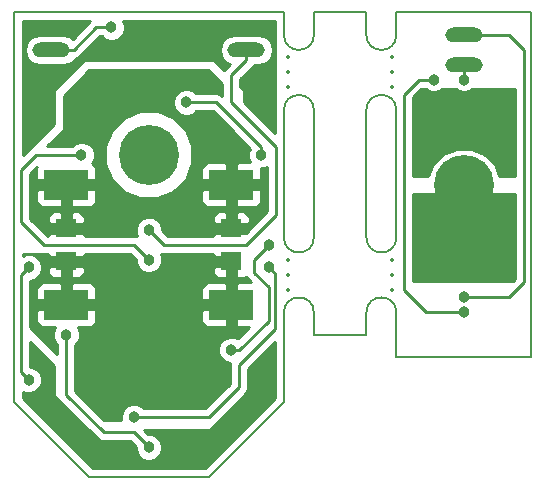
<source format=gbl>
G04 #@! TF.FileFunction,Copper,L2,Bot,Signal*
%FSLAX46Y46*%
G04 Gerber Fmt 4.6, Leading zero omitted, Abs format (unit mm)*
G04 Created by KiCad (PCBNEW (2016-05-03 BZR 6266)-product) date Wed May 25 03:17:44 2016*
%MOMM*%
%LPD*%
G01*
G04 APERTURE LIST*
%ADD10C,0.350000*%
%ADD11C,0.150000*%
%ADD12C,5.080000*%
%ADD13C,1.016000*%
%ADD14R,3.810000X2.540000*%
%ADD15O,3.175000X1.270000*%
%ADD16R,1.800000X1.600000*%
%ADD17C,1.270000*%
%ADD18C,0.965200*%
%ADD19C,0.406400*%
%ADD20C,0.254000*%
%ADD21C,0.350000*%
G04 APERTURE END LIST*
D10*
D11*
X140970000Y-83820000D02*
X140970000Y-81915000D01*
X140970000Y-100965000D02*
X140970000Y-90170000D01*
X140970000Y-107315000D02*
X140970000Y-111125000D01*
X133985000Y-109220000D02*
X138430000Y-109220000D01*
X133985000Y-81915000D02*
X138430000Y-81915000D01*
X140970000Y-90170000D02*
G75*
G03X138430000Y-90170000I-1270000J0D01*
G01*
X133985000Y-90170000D02*
G75*
G03X131445000Y-90170000I-1270000J0D01*
G01*
X140970000Y-107315000D02*
G75*
G03X138430000Y-107315000I-1270000J0D01*
G01*
X133985000Y-107315000D02*
G75*
G03X131445000Y-107315000I-1270000J0D01*
G01*
X131445000Y-100965000D02*
G75*
G03X133985000Y-100965000I1270000J0D01*
G01*
X138430000Y-100965000D02*
G75*
G03X140970000Y-100965000I1270000J0D01*
G01*
X138430000Y-83820000D02*
G75*
G03X140970000Y-83820000I1270000J0D01*
G01*
X131445000Y-83820000D02*
G75*
G03X133985000Y-83820000I1270000J0D01*
G01*
X138430000Y-109220000D02*
X138430000Y-107315000D01*
X133985000Y-107315000D02*
X133985000Y-109220000D01*
X131445000Y-107315000D02*
X131445000Y-114935000D01*
X138430000Y-90170000D02*
X138430000Y-100965000D01*
X133985000Y-100965000D02*
X133985000Y-90170000D01*
X131445000Y-90170000D02*
X131445000Y-100965000D01*
X133985000Y-81915000D02*
X133985000Y-83820000D01*
X138430000Y-83820000D02*
X138430000Y-81915000D01*
X131445000Y-81915000D02*
X131445000Y-83820000D01*
X108585000Y-81915000D02*
X131445000Y-81915000D01*
X108585000Y-114935000D02*
X108585000Y-81915000D01*
X125095000Y-121285000D02*
X114935000Y-121285000D01*
X131445000Y-114935000D02*
X125095000Y-121285000D01*
X108585000Y-114935000D02*
X114935000Y-121285000D01*
X152400000Y-81915000D02*
X140970000Y-81915000D01*
X152400000Y-111125000D02*
X152400000Y-81915000D01*
X140970000Y-111125000D02*
X152400000Y-111125000D01*
D12*
X120015000Y-109220000D03*
D13*
X120015000Y-107315000D03*
X118365222Y-108267500D03*
X118365222Y-110172500D03*
X120015000Y-111125000D03*
X121664778Y-110172500D03*
X121664778Y-108267500D03*
D12*
X120015000Y-93980000D03*
D13*
X120015000Y-92075000D03*
X118365222Y-93027500D03*
X118365222Y-94932500D03*
X120015000Y-95885000D03*
X121664778Y-94932500D03*
X121664778Y-93027500D03*
D14*
X113030000Y-96520000D03*
X113030000Y-106680000D03*
X127000000Y-96520000D03*
X127000000Y-106680000D03*
D15*
X111760000Y-85090000D03*
X128270000Y-85090000D03*
D16*
X127000000Y-100200000D03*
X127000000Y-103000000D03*
X113030000Y-100200000D03*
X113030000Y-103000000D03*
D15*
X146685000Y-86360000D03*
X146685000Y-83820000D03*
D12*
X146685000Y-96520000D03*
D13*
X146685000Y-94615000D03*
X145035222Y-95567500D03*
X145035222Y-97472500D03*
X146685000Y-98425000D03*
X148334778Y-97472500D03*
X148334778Y-95567500D03*
D14*
X144145000Y-91440000D03*
X144145000Y-101600000D03*
X149225000Y-91440000D03*
X149225000Y-101600000D03*
D17*
X116840000Y-97790000D03*
X116840000Y-99060000D03*
X116840000Y-100330000D03*
X115570000Y-99060000D03*
X115570000Y-100330000D03*
X124460000Y-99060000D03*
X123190000Y-97790000D03*
X123190000Y-99060000D03*
X116205000Y-90170000D03*
X114935000Y-90170000D03*
X113665000Y-90170000D03*
X113665000Y-88900000D03*
X114935000Y-88900000D03*
X116205000Y-88900000D03*
X124460000Y-120015000D03*
X125730000Y-118745000D03*
X127000000Y-117475000D03*
X128270000Y-116205000D03*
X129540000Y-114935000D03*
X115570000Y-120015000D03*
X110490000Y-114935000D03*
X111760000Y-116205000D03*
X113030000Y-117475000D03*
X114300000Y-118745000D03*
X115570000Y-104140000D03*
X115570000Y-102870000D03*
X116840000Y-102870000D03*
X116840000Y-104140000D03*
X116840000Y-105410000D03*
X123825000Y-113030000D03*
X125095000Y-113030000D03*
X125095000Y-114300000D03*
X123825000Y-114300000D03*
X114935000Y-114300000D03*
X114935000Y-113030000D03*
X116205000Y-113030000D03*
X116205000Y-114300000D03*
X123825000Y-84455000D03*
X125095000Y-84455000D03*
X125095000Y-83185000D03*
X123825000Y-83185000D03*
X111125000Y-87630000D03*
X109855000Y-87630000D03*
X109855000Y-88900000D03*
X109855000Y-90170000D03*
X128905000Y-87630000D03*
X130175000Y-87630000D03*
X130175000Y-88900000D03*
X130175000Y-90170000D03*
D18*
X129540000Y-93980000D03*
X123190000Y-89535000D03*
X116840000Y-83185000D03*
X127000000Y-110490000D03*
X130175000Y-101600000D03*
X130175000Y-103505000D03*
X118745000Y-116205000D03*
X120015000Y-118745000D03*
X113030000Y-109220000D03*
X109855000Y-113030000D03*
X109855000Y-103505000D03*
X114300000Y-93980000D03*
X120015000Y-102870000D03*
X120015000Y-100330000D03*
D17*
X150495000Y-95250000D03*
X150495000Y-93980000D03*
X149253354Y-93951646D03*
X146685000Y-92710000D03*
X146685000Y-90805000D03*
X142875000Y-97790000D03*
X142875000Y-99060000D03*
X144145000Y-99060000D03*
X146685000Y-100330000D03*
X146685000Y-102235000D03*
D18*
X146696607Y-87641565D03*
X146685000Y-106045000D03*
X144144992Y-87630000D03*
X146685000Y-107315000D03*
D19*
X116840000Y-99060000D02*
X116840000Y-97790000D01*
X115570000Y-100330000D02*
X116840000Y-100330000D01*
X113030000Y-100200000D02*
X115440000Y-100200000D01*
X115440000Y-100200000D02*
X115570000Y-100330000D01*
X123190000Y-99060000D02*
X123190000Y-97790000D01*
X113030000Y-97790000D02*
X113030000Y-99695000D01*
X113030000Y-99695000D02*
X113665000Y-100330000D01*
X116840000Y-106680000D02*
X116840000Y-105410000D01*
X116840000Y-102870000D02*
X115570000Y-102870000D01*
X116840000Y-105410000D02*
X116840000Y-104140000D01*
X113030000Y-106680000D02*
X116840000Y-106680000D01*
X113030000Y-106680000D02*
X113030000Y-103000000D01*
X125095000Y-113030000D02*
X123825000Y-113030000D01*
X123825000Y-114300000D02*
X125095000Y-114300000D01*
X114935000Y-113030000D02*
X114935000Y-114300000D01*
X116205000Y-114300000D02*
X116205000Y-113030000D01*
D20*
X129540000Y-93980000D02*
X129540000Y-93345000D01*
X129540000Y-93345000D02*
X125730000Y-89535000D01*
X125730000Y-89535000D02*
X123190000Y-89535000D01*
X116840000Y-83185000D02*
X115570000Y-83185000D01*
X113665000Y-85090000D02*
X111760000Y-85090000D01*
X115570000Y-83185000D02*
X113665000Y-85090000D01*
X130149566Y-105195177D02*
X130149566Y-108022933D01*
X128905000Y-103950611D02*
X130149566Y-105195177D01*
X127682499Y-110490000D02*
X127000000Y-110490000D01*
X128905000Y-102870000D02*
X128905000Y-103950611D01*
X130175000Y-101600000D02*
X128905000Y-102870000D01*
X130149566Y-108022933D02*
X127682499Y-110490000D01*
X130708377Y-104038377D02*
X130175000Y-103505000D01*
X130708377Y-108686623D02*
X130708377Y-104038377D01*
X118745000Y-116205000D02*
X125095000Y-116205000D01*
X125095000Y-116205000D02*
X127635000Y-113665000D01*
X127635000Y-113665000D02*
X127635000Y-111760000D01*
X127635000Y-111760000D02*
X130708377Y-108686623D01*
X113030000Y-109220000D02*
X113030000Y-114300000D01*
X113030000Y-114300000D02*
X116205000Y-117475000D01*
X118745000Y-117475000D02*
X120015000Y-118745000D01*
X116205000Y-117475000D02*
X118745000Y-117475000D01*
X109855000Y-103505000D02*
X109220000Y-104140000D01*
X109220000Y-104140000D02*
X109220000Y-112395000D01*
X109220000Y-112395000D02*
X109855000Y-113030000D01*
X111125000Y-101600000D02*
X118745000Y-101600000D01*
X114300000Y-93980000D02*
X110490000Y-93980000D01*
X110490000Y-93980000D02*
X109220000Y-95250000D01*
X109220000Y-95250000D02*
X109220000Y-99695000D01*
X109220000Y-99695000D02*
X111125000Y-101600000D01*
X118745000Y-101600000D02*
X120015000Y-102870000D01*
X128270000Y-85090000D02*
X128270000Y-85979000D01*
X128270000Y-85979000D02*
X127000000Y-87249000D01*
X127000000Y-87249000D02*
X127000000Y-89535000D01*
X127000000Y-89535000D02*
X130810000Y-93345000D01*
X130810000Y-93345000D02*
X130810000Y-99060000D01*
X130810000Y-99060000D02*
X128270000Y-101600000D01*
X128270000Y-101600000D02*
X121285000Y-101600000D01*
X120472199Y-100787199D02*
X120015000Y-100330000D01*
X121285000Y-101600000D02*
X120472199Y-100787199D01*
D19*
X150495000Y-93980000D02*
X150495000Y-95250000D01*
X149225000Y-91440000D02*
X149225000Y-93923292D01*
X149225000Y-93923292D02*
X149253354Y-93951646D01*
X149860000Y-91440000D02*
X147320000Y-91440000D01*
X147320000Y-91440000D02*
X146685000Y-90805000D01*
X142875000Y-99060000D02*
X142875000Y-97790000D01*
X144145000Y-101600000D02*
X144145000Y-99060000D01*
X149860000Y-101600000D02*
X147320000Y-101600000D01*
X147320000Y-101600000D02*
X146685000Y-102235000D01*
D20*
X146685000Y-87629958D02*
X146696607Y-87641565D01*
X146685000Y-86360000D02*
X146685000Y-87629958D01*
X146685000Y-106045000D02*
X150495000Y-106045000D01*
X150495000Y-106045000D02*
X151765000Y-104775000D01*
X151765000Y-104775000D02*
X151765000Y-85090000D01*
X151765000Y-85090000D02*
X150495000Y-83820000D01*
X150495000Y-83820000D02*
X146685000Y-83820000D01*
X146685000Y-107315000D02*
X143510000Y-107315000D01*
X143510000Y-107315000D02*
X141605000Y-105410000D01*
X141605000Y-105410000D02*
X141605000Y-88900000D01*
X141605000Y-88900000D02*
X142875000Y-87630000D01*
X142875000Y-87630000D02*
X144144992Y-87630000D01*
G36*
X126238000Y-88000106D02*
X126238000Y-88975595D01*
X126128992Y-88902758D01*
X126021605Y-88831004D01*
X125730000Y-88773000D01*
X124008476Y-88773000D01*
X123823896Y-88588097D01*
X123413280Y-88417594D01*
X122968671Y-88417207D01*
X122557758Y-88586992D01*
X122243097Y-88901104D01*
X122072594Y-89311720D01*
X122072207Y-89756329D01*
X122241992Y-90167242D01*
X122556104Y-90481903D01*
X122966720Y-90652406D01*
X123411329Y-90652793D01*
X123822242Y-90483008D01*
X124008575Y-90297000D01*
X125414370Y-90297000D01*
X127190500Y-92073131D01*
X127190500Y-92075000D01*
X127200506Y-92124410D01*
X127227697Y-92164803D01*
X128539082Y-93476188D01*
X128422594Y-93756720D01*
X128422207Y-94201329D01*
X128591992Y-94612242D01*
X128594745Y-94615000D01*
X127539750Y-94615000D01*
X127381000Y-94773750D01*
X127381000Y-96139000D01*
X129381250Y-96139000D01*
X129540000Y-95980250D01*
X129540000Y-95123691D01*
X129529189Y-95097591D01*
X129761329Y-95097793D01*
X130043923Y-94981029D01*
X130048000Y-94985106D01*
X130048000Y-98744369D01*
X128211370Y-100581000D01*
X127381000Y-100581000D01*
X127381000Y-100601000D01*
X126619000Y-100601000D01*
X126619000Y-100581000D01*
X125623750Y-100581000D01*
X125465000Y-100739750D01*
X125465000Y-100838000D01*
X121600631Y-100838000D01*
X121132566Y-100369935D01*
X121132793Y-100108671D01*
X120963008Y-99697758D01*
X120648896Y-99383097D01*
X120385418Y-99273691D01*
X125465000Y-99273691D01*
X125465000Y-99660250D01*
X125623750Y-99819000D01*
X126619000Y-99819000D01*
X126619000Y-98923750D01*
X127381000Y-98923750D01*
X127381000Y-99819000D01*
X128376250Y-99819000D01*
X128535000Y-99660250D01*
X128535000Y-99273691D01*
X128438327Y-99040302D01*
X128259699Y-98861673D01*
X128026310Y-98765000D01*
X127539750Y-98765000D01*
X127381000Y-98923750D01*
X126619000Y-98923750D01*
X126460250Y-98765000D01*
X125973690Y-98765000D01*
X125740301Y-98861673D01*
X125561673Y-99040302D01*
X125465000Y-99273691D01*
X120385418Y-99273691D01*
X120238280Y-99212594D01*
X119793671Y-99212207D01*
X119382758Y-99381992D01*
X119068097Y-99696104D01*
X118897594Y-100106720D01*
X118897207Y-100551329D01*
X119015656Y-100838000D01*
X114565000Y-100838000D01*
X114565000Y-100739750D01*
X114406250Y-100581000D01*
X113411000Y-100581000D01*
X113411000Y-100601000D01*
X112649000Y-100601000D01*
X112649000Y-100581000D01*
X111653750Y-100581000D01*
X111495000Y-100739750D01*
X111495000Y-100838000D01*
X111440630Y-100838000D01*
X109982000Y-99379370D01*
X109982000Y-99273691D01*
X111495000Y-99273691D01*
X111495000Y-99660250D01*
X111653750Y-99819000D01*
X112649000Y-99819000D01*
X112649000Y-98923750D01*
X113411000Y-98923750D01*
X113411000Y-99819000D01*
X114406250Y-99819000D01*
X114565000Y-99660250D01*
X114565000Y-99273691D01*
X114468327Y-99040302D01*
X114289699Y-98861673D01*
X114056310Y-98765000D01*
X113569750Y-98765000D01*
X113411000Y-98923750D01*
X112649000Y-98923750D01*
X112490250Y-98765000D01*
X112003690Y-98765000D01*
X111770301Y-98861673D01*
X111591673Y-99040302D01*
X111495000Y-99273691D01*
X109982000Y-99273691D01*
X109982000Y-97059750D01*
X110490000Y-97059750D01*
X110490000Y-97916309D01*
X110586673Y-98149698D01*
X110765301Y-98328327D01*
X110998690Y-98425000D01*
X112490250Y-98425000D01*
X112649000Y-98266250D01*
X112649000Y-96901000D01*
X113411000Y-96901000D01*
X113411000Y-98266250D01*
X113569750Y-98425000D01*
X115061310Y-98425000D01*
X115294699Y-98328327D01*
X115473327Y-98149698D01*
X115570000Y-97916309D01*
X115570000Y-97059750D01*
X115411250Y-96901000D01*
X113411000Y-96901000D01*
X112649000Y-96901000D01*
X110648750Y-96901000D01*
X110490000Y-97059750D01*
X109982000Y-97059750D01*
X109982000Y-95565630D01*
X110536712Y-95010919D01*
X110490000Y-95123691D01*
X110490000Y-95980250D01*
X110648750Y-96139000D01*
X112649000Y-96139000D01*
X112649000Y-96119000D01*
X113411000Y-96119000D01*
X113411000Y-96139000D01*
X115411250Y-96139000D01*
X115570000Y-95980250D01*
X115570000Y-95123691D01*
X115473327Y-94890302D01*
X115294699Y-94711673D01*
X115289164Y-94709380D01*
X116331362Y-94709380D01*
X116890884Y-96063526D01*
X117926024Y-97100475D01*
X119279192Y-97662359D01*
X120744380Y-97663638D01*
X122098526Y-97104116D01*
X122142969Y-97059750D01*
X124460000Y-97059750D01*
X124460000Y-97916309D01*
X124556673Y-98149698D01*
X124735301Y-98328327D01*
X124968690Y-98425000D01*
X126460250Y-98425000D01*
X126619000Y-98266250D01*
X126619000Y-96901000D01*
X127381000Y-96901000D01*
X127381000Y-98266250D01*
X127539750Y-98425000D01*
X129031310Y-98425000D01*
X129264699Y-98328327D01*
X129443327Y-98149698D01*
X129540000Y-97916309D01*
X129540000Y-97059750D01*
X129381250Y-96901000D01*
X127381000Y-96901000D01*
X126619000Y-96901000D01*
X124618750Y-96901000D01*
X124460000Y-97059750D01*
X122142969Y-97059750D01*
X123135475Y-96068976D01*
X123527991Y-95123691D01*
X124460000Y-95123691D01*
X124460000Y-95980250D01*
X124618750Y-96139000D01*
X126619000Y-96139000D01*
X126619000Y-94773750D01*
X126460250Y-94615000D01*
X124968690Y-94615000D01*
X124735301Y-94711673D01*
X124556673Y-94890302D01*
X124460000Y-95123691D01*
X123527991Y-95123691D01*
X123697359Y-94715808D01*
X123698638Y-93250620D01*
X123139116Y-91896474D01*
X122103976Y-90859525D01*
X120750808Y-90297641D01*
X119285620Y-90296362D01*
X117931474Y-90855884D01*
X116894525Y-91891024D01*
X116332641Y-93244192D01*
X116331362Y-94709380D01*
X115289164Y-94709380D01*
X115191695Y-94669007D01*
X115246903Y-94613896D01*
X115417406Y-94203280D01*
X115417793Y-93758671D01*
X115248008Y-93347758D01*
X114933896Y-93033097D01*
X114523280Y-92862594D01*
X114078671Y-92862207D01*
X113667758Y-93031992D01*
X113481425Y-93218000D01*
X111431606Y-93218000D01*
X112802303Y-91847303D01*
X112830166Y-91805289D01*
X112839500Y-91757500D01*
X112839500Y-88952606D01*
X114987606Y-86804500D01*
X125042394Y-86804500D01*
X126238000Y-88000106D01*
X126238000Y-88000106D01*
G37*
X126238000Y-88000106D02*
X126238000Y-88975595D01*
X126128992Y-88902758D01*
X126021605Y-88831004D01*
X125730000Y-88773000D01*
X124008476Y-88773000D01*
X123823896Y-88588097D01*
X123413280Y-88417594D01*
X122968671Y-88417207D01*
X122557758Y-88586992D01*
X122243097Y-88901104D01*
X122072594Y-89311720D01*
X122072207Y-89756329D01*
X122241992Y-90167242D01*
X122556104Y-90481903D01*
X122966720Y-90652406D01*
X123411329Y-90652793D01*
X123822242Y-90483008D01*
X124008575Y-90297000D01*
X125414370Y-90297000D01*
X127190500Y-92073131D01*
X127190500Y-92075000D01*
X127200506Y-92124410D01*
X127227697Y-92164803D01*
X128539082Y-93476188D01*
X128422594Y-93756720D01*
X128422207Y-94201329D01*
X128591992Y-94612242D01*
X128594745Y-94615000D01*
X127539750Y-94615000D01*
X127381000Y-94773750D01*
X127381000Y-96139000D01*
X129381250Y-96139000D01*
X129540000Y-95980250D01*
X129540000Y-95123691D01*
X129529189Y-95097591D01*
X129761329Y-95097793D01*
X130043923Y-94981029D01*
X130048000Y-94985106D01*
X130048000Y-98744369D01*
X128211370Y-100581000D01*
X127381000Y-100581000D01*
X127381000Y-100601000D01*
X126619000Y-100601000D01*
X126619000Y-100581000D01*
X125623750Y-100581000D01*
X125465000Y-100739750D01*
X125465000Y-100838000D01*
X121600631Y-100838000D01*
X121132566Y-100369935D01*
X121132793Y-100108671D01*
X120963008Y-99697758D01*
X120648896Y-99383097D01*
X120385418Y-99273691D01*
X125465000Y-99273691D01*
X125465000Y-99660250D01*
X125623750Y-99819000D01*
X126619000Y-99819000D01*
X126619000Y-98923750D01*
X127381000Y-98923750D01*
X127381000Y-99819000D01*
X128376250Y-99819000D01*
X128535000Y-99660250D01*
X128535000Y-99273691D01*
X128438327Y-99040302D01*
X128259699Y-98861673D01*
X128026310Y-98765000D01*
X127539750Y-98765000D01*
X127381000Y-98923750D01*
X126619000Y-98923750D01*
X126460250Y-98765000D01*
X125973690Y-98765000D01*
X125740301Y-98861673D01*
X125561673Y-99040302D01*
X125465000Y-99273691D01*
X120385418Y-99273691D01*
X120238280Y-99212594D01*
X119793671Y-99212207D01*
X119382758Y-99381992D01*
X119068097Y-99696104D01*
X118897594Y-100106720D01*
X118897207Y-100551329D01*
X119015656Y-100838000D01*
X114565000Y-100838000D01*
X114565000Y-100739750D01*
X114406250Y-100581000D01*
X113411000Y-100581000D01*
X113411000Y-100601000D01*
X112649000Y-100601000D01*
X112649000Y-100581000D01*
X111653750Y-100581000D01*
X111495000Y-100739750D01*
X111495000Y-100838000D01*
X111440630Y-100838000D01*
X109982000Y-99379370D01*
X109982000Y-99273691D01*
X111495000Y-99273691D01*
X111495000Y-99660250D01*
X111653750Y-99819000D01*
X112649000Y-99819000D01*
X112649000Y-98923750D01*
X113411000Y-98923750D01*
X113411000Y-99819000D01*
X114406250Y-99819000D01*
X114565000Y-99660250D01*
X114565000Y-99273691D01*
X114468327Y-99040302D01*
X114289699Y-98861673D01*
X114056310Y-98765000D01*
X113569750Y-98765000D01*
X113411000Y-98923750D01*
X112649000Y-98923750D01*
X112490250Y-98765000D01*
X112003690Y-98765000D01*
X111770301Y-98861673D01*
X111591673Y-99040302D01*
X111495000Y-99273691D01*
X109982000Y-99273691D01*
X109982000Y-97059750D01*
X110490000Y-97059750D01*
X110490000Y-97916309D01*
X110586673Y-98149698D01*
X110765301Y-98328327D01*
X110998690Y-98425000D01*
X112490250Y-98425000D01*
X112649000Y-98266250D01*
X112649000Y-96901000D01*
X113411000Y-96901000D01*
X113411000Y-98266250D01*
X113569750Y-98425000D01*
X115061310Y-98425000D01*
X115294699Y-98328327D01*
X115473327Y-98149698D01*
X115570000Y-97916309D01*
X115570000Y-97059750D01*
X115411250Y-96901000D01*
X113411000Y-96901000D01*
X112649000Y-96901000D01*
X110648750Y-96901000D01*
X110490000Y-97059750D01*
X109982000Y-97059750D01*
X109982000Y-95565630D01*
X110536712Y-95010919D01*
X110490000Y-95123691D01*
X110490000Y-95980250D01*
X110648750Y-96139000D01*
X112649000Y-96139000D01*
X112649000Y-96119000D01*
X113411000Y-96119000D01*
X113411000Y-96139000D01*
X115411250Y-96139000D01*
X115570000Y-95980250D01*
X115570000Y-95123691D01*
X115473327Y-94890302D01*
X115294699Y-94711673D01*
X115289164Y-94709380D01*
X116331362Y-94709380D01*
X116890884Y-96063526D01*
X117926024Y-97100475D01*
X119279192Y-97662359D01*
X120744380Y-97663638D01*
X122098526Y-97104116D01*
X122142969Y-97059750D01*
X124460000Y-97059750D01*
X124460000Y-97916309D01*
X124556673Y-98149698D01*
X124735301Y-98328327D01*
X124968690Y-98425000D01*
X126460250Y-98425000D01*
X126619000Y-98266250D01*
X126619000Y-96901000D01*
X127381000Y-96901000D01*
X127381000Y-98266250D01*
X127539750Y-98425000D01*
X129031310Y-98425000D01*
X129264699Y-98328327D01*
X129443327Y-98149698D01*
X129540000Y-97916309D01*
X129540000Y-97059750D01*
X129381250Y-96901000D01*
X127381000Y-96901000D01*
X126619000Y-96901000D01*
X124618750Y-96901000D01*
X124460000Y-97059750D01*
X122142969Y-97059750D01*
X123135475Y-96068976D01*
X123527991Y-95123691D01*
X124460000Y-95123691D01*
X124460000Y-95980250D01*
X124618750Y-96139000D01*
X126619000Y-96139000D01*
X126619000Y-94773750D01*
X126460250Y-94615000D01*
X124968690Y-94615000D01*
X124735301Y-94711673D01*
X124556673Y-94890302D01*
X124460000Y-95123691D01*
X123527991Y-95123691D01*
X123697359Y-94715808D01*
X123698638Y-93250620D01*
X123139116Y-91896474D01*
X122103976Y-90859525D01*
X120750808Y-90297641D01*
X119285620Y-90296362D01*
X117931474Y-90855884D01*
X116894525Y-91891024D01*
X116332641Y-93244192D01*
X116331362Y-94709380D01*
X115289164Y-94709380D01*
X115191695Y-94669007D01*
X115246903Y-94613896D01*
X115417406Y-94203280D01*
X115417793Y-93758671D01*
X115248008Y-93347758D01*
X114933896Y-93033097D01*
X114523280Y-92862594D01*
X114078671Y-92862207D01*
X113667758Y-93031992D01*
X113481425Y-93218000D01*
X111431606Y-93218000D01*
X112802303Y-91847303D01*
X112830166Y-91805289D01*
X112839500Y-91757500D01*
X112839500Y-88952606D01*
X114987606Y-86804500D01*
X125042394Y-86804500D01*
X126238000Y-88000106D01*
G36*
X111495000Y-102460250D02*
X111653750Y-102619000D01*
X112649000Y-102619000D01*
X112649000Y-102599000D01*
X113411000Y-102599000D01*
X113411000Y-102619000D01*
X114406250Y-102619000D01*
X114565000Y-102460250D01*
X114565000Y-102362000D01*
X118429370Y-102362000D01*
X118897434Y-102830065D01*
X118897207Y-103091329D01*
X119066992Y-103502242D01*
X119381104Y-103816903D01*
X119791720Y-103987406D01*
X120236329Y-103987793D01*
X120647242Y-103818008D01*
X120925986Y-103539750D01*
X125465000Y-103539750D01*
X125465000Y-103926309D01*
X125561673Y-104159698D01*
X125740301Y-104338327D01*
X125973690Y-104435000D01*
X126460250Y-104435000D01*
X126619000Y-104276250D01*
X126619000Y-103381000D01*
X125623750Y-103381000D01*
X125465000Y-103539750D01*
X120925986Y-103539750D01*
X120961903Y-103503896D01*
X121132406Y-103093280D01*
X121132793Y-102648671D01*
X121014344Y-102362000D01*
X125465000Y-102362000D01*
X125465000Y-102460250D01*
X125623750Y-102619000D01*
X126619000Y-102619000D01*
X126619000Y-102599000D01*
X127381000Y-102599000D01*
X127381000Y-102619000D01*
X127401000Y-102619000D01*
X127401000Y-103381000D01*
X127381000Y-103381000D01*
X127381000Y-104276250D01*
X127539750Y-104435000D01*
X128026310Y-104435000D01*
X128259699Y-104338327D01*
X128263011Y-104335015D01*
X128329819Y-104435000D01*
X128366185Y-104489426D01*
X128651759Y-104775000D01*
X127539750Y-104775000D01*
X127381000Y-104933750D01*
X127381000Y-106299000D01*
X127401000Y-106299000D01*
X127401000Y-107061000D01*
X127381000Y-107061000D01*
X127381000Y-108426250D01*
X127539750Y-108585000D01*
X128509868Y-108585000D01*
X127575867Y-109519001D01*
X127223280Y-109372594D01*
X126778671Y-109372207D01*
X126367758Y-109541992D01*
X126053097Y-109856104D01*
X125882594Y-110266720D01*
X125882207Y-110711329D01*
X126051992Y-111122242D01*
X126366104Y-111436903D01*
X126776720Y-111607406D01*
X126903331Y-111607516D01*
X126873000Y-111760000D01*
X126873000Y-113349369D01*
X124779370Y-115443000D01*
X119563476Y-115443000D01*
X119378896Y-115258097D01*
X118968280Y-115087594D01*
X118523671Y-115087207D01*
X118112758Y-115256992D01*
X117798097Y-115571104D01*
X117627594Y-115981720D01*
X117627234Y-116395500D01*
X116203130Y-116395500D01*
X113792000Y-113984370D01*
X113792000Y-110038476D01*
X113976903Y-109853896D01*
X114147406Y-109443280D01*
X114147793Y-108998671D01*
X113978008Y-108587758D01*
X113975255Y-108585000D01*
X115061310Y-108585000D01*
X115294699Y-108488327D01*
X115473327Y-108309698D01*
X115570000Y-108076309D01*
X115570000Y-107219750D01*
X124460000Y-107219750D01*
X124460000Y-108076309D01*
X124556673Y-108309698D01*
X124735301Y-108488327D01*
X124968690Y-108585000D01*
X126460250Y-108585000D01*
X126619000Y-108426250D01*
X126619000Y-107061000D01*
X124618750Y-107061000D01*
X124460000Y-107219750D01*
X115570000Y-107219750D01*
X115411250Y-107061000D01*
X113411000Y-107061000D01*
X113411000Y-107081000D01*
X112649000Y-107081000D01*
X112649000Y-107061000D01*
X110648750Y-107061000D01*
X110490000Y-107219750D01*
X110490000Y-108076309D01*
X110586673Y-108309698D01*
X110765301Y-108488327D01*
X110998690Y-108585000D01*
X112084203Y-108585000D01*
X112083097Y-108586104D01*
X111912594Y-108996720D01*
X111912207Y-109441329D01*
X112081992Y-109852242D01*
X112268000Y-110038575D01*
X112268000Y-110818394D01*
X109982000Y-108532394D01*
X109982000Y-105283691D01*
X110490000Y-105283691D01*
X110490000Y-106140250D01*
X110648750Y-106299000D01*
X112649000Y-106299000D01*
X112649000Y-104933750D01*
X113411000Y-104933750D01*
X113411000Y-106299000D01*
X115411250Y-106299000D01*
X115570000Y-106140250D01*
X115570000Y-105283691D01*
X124460000Y-105283691D01*
X124460000Y-106140250D01*
X124618750Y-106299000D01*
X126619000Y-106299000D01*
X126619000Y-104933750D01*
X126460250Y-104775000D01*
X124968690Y-104775000D01*
X124735301Y-104871673D01*
X124556673Y-105050302D01*
X124460000Y-105283691D01*
X115570000Y-105283691D01*
X115473327Y-105050302D01*
X115294699Y-104871673D01*
X115061310Y-104775000D01*
X113569750Y-104775000D01*
X113411000Y-104933750D01*
X112649000Y-104933750D01*
X112490250Y-104775000D01*
X110998690Y-104775000D01*
X110765301Y-104871673D01*
X110586673Y-105050302D01*
X110490000Y-105283691D01*
X109982000Y-105283691D01*
X109982000Y-104622711D01*
X110076329Y-104622793D01*
X110487242Y-104453008D01*
X110801903Y-104138896D01*
X110972406Y-103728280D01*
X110972570Y-103539750D01*
X111495000Y-103539750D01*
X111495000Y-103926309D01*
X111591673Y-104159698D01*
X111770301Y-104338327D01*
X112003690Y-104435000D01*
X112490250Y-104435000D01*
X112649000Y-104276250D01*
X112649000Y-103381000D01*
X113411000Y-103381000D01*
X113411000Y-104276250D01*
X113569750Y-104435000D01*
X114056310Y-104435000D01*
X114289699Y-104338327D01*
X114468327Y-104159698D01*
X114565000Y-103926309D01*
X114565000Y-103539750D01*
X114406250Y-103381000D01*
X113411000Y-103381000D01*
X112649000Y-103381000D01*
X111653750Y-103381000D01*
X111495000Y-103539750D01*
X110972570Y-103539750D01*
X110972793Y-103283671D01*
X110803008Y-102872758D01*
X110488896Y-102558097D01*
X110078280Y-102387594D01*
X109633671Y-102387207D01*
X109347000Y-102505656D01*
X109347000Y-102362000D01*
X111495000Y-102362000D01*
X111495000Y-102460250D01*
X111495000Y-102460250D01*
G37*
X111495000Y-102460250D02*
X111653750Y-102619000D01*
X112649000Y-102619000D01*
X112649000Y-102599000D01*
X113411000Y-102599000D01*
X113411000Y-102619000D01*
X114406250Y-102619000D01*
X114565000Y-102460250D01*
X114565000Y-102362000D01*
X118429370Y-102362000D01*
X118897434Y-102830065D01*
X118897207Y-103091329D01*
X119066992Y-103502242D01*
X119381104Y-103816903D01*
X119791720Y-103987406D01*
X120236329Y-103987793D01*
X120647242Y-103818008D01*
X120925986Y-103539750D01*
X125465000Y-103539750D01*
X125465000Y-103926309D01*
X125561673Y-104159698D01*
X125740301Y-104338327D01*
X125973690Y-104435000D01*
X126460250Y-104435000D01*
X126619000Y-104276250D01*
X126619000Y-103381000D01*
X125623750Y-103381000D01*
X125465000Y-103539750D01*
X120925986Y-103539750D01*
X120961903Y-103503896D01*
X121132406Y-103093280D01*
X121132793Y-102648671D01*
X121014344Y-102362000D01*
X125465000Y-102362000D01*
X125465000Y-102460250D01*
X125623750Y-102619000D01*
X126619000Y-102619000D01*
X126619000Y-102599000D01*
X127381000Y-102599000D01*
X127381000Y-102619000D01*
X127401000Y-102619000D01*
X127401000Y-103381000D01*
X127381000Y-103381000D01*
X127381000Y-104276250D01*
X127539750Y-104435000D01*
X128026310Y-104435000D01*
X128259699Y-104338327D01*
X128263011Y-104335015D01*
X128329819Y-104435000D01*
X128366185Y-104489426D01*
X128651759Y-104775000D01*
X127539750Y-104775000D01*
X127381000Y-104933750D01*
X127381000Y-106299000D01*
X127401000Y-106299000D01*
X127401000Y-107061000D01*
X127381000Y-107061000D01*
X127381000Y-108426250D01*
X127539750Y-108585000D01*
X128509868Y-108585000D01*
X127575867Y-109519001D01*
X127223280Y-109372594D01*
X126778671Y-109372207D01*
X126367758Y-109541992D01*
X126053097Y-109856104D01*
X125882594Y-110266720D01*
X125882207Y-110711329D01*
X126051992Y-111122242D01*
X126366104Y-111436903D01*
X126776720Y-111607406D01*
X126903331Y-111607516D01*
X126873000Y-111760000D01*
X126873000Y-113349369D01*
X124779370Y-115443000D01*
X119563476Y-115443000D01*
X119378896Y-115258097D01*
X118968280Y-115087594D01*
X118523671Y-115087207D01*
X118112758Y-115256992D01*
X117798097Y-115571104D01*
X117627594Y-115981720D01*
X117627234Y-116395500D01*
X116203130Y-116395500D01*
X113792000Y-113984370D01*
X113792000Y-110038476D01*
X113976903Y-109853896D01*
X114147406Y-109443280D01*
X114147793Y-108998671D01*
X113978008Y-108587758D01*
X113975255Y-108585000D01*
X115061310Y-108585000D01*
X115294699Y-108488327D01*
X115473327Y-108309698D01*
X115570000Y-108076309D01*
X115570000Y-107219750D01*
X124460000Y-107219750D01*
X124460000Y-108076309D01*
X124556673Y-108309698D01*
X124735301Y-108488327D01*
X124968690Y-108585000D01*
X126460250Y-108585000D01*
X126619000Y-108426250D01*
X126619000Y-107061000D01*
X124618750Y-107061000D01*
X124460000Y-107219750D01*
X115570000Y-107219750D01*
X115411250Y-107061000D01*
X113411000Y-107061000D01*
X113411000Y-107081000D01*
X112649000Y-107081000D01*
X112649000Y-107061000D01*
X110648750Y-107061000D01*
X110490000Y-107219750D01*
X110490000Y-108076309D01*
X110586673Y-108309698D01*
X110765301Y-108488327D01*
X110998690Y-108585000D01*
X112084203Y-108585000D01*
X112083097Y-108586104D01*
X111912594Y-108996720D01*
X111912207Y-109441329D01*
X112081992Y-109852242D01*
X112268000Y-110038575D01*
X112268000Y-110818394D01*
X109982000Y-108532394D01*
X109982000Y-105283691D01*
X110490000Y-105283691D01*
X110490000Y-106140250D01*
X110648750Y-106299000D01*
X112649000Y-106299000D01*
X112649000Y-104933750D01*
X113411000Y-104933750D01*
X113411000Y-106299000D01*
X115411250Y-106299000D01*
X115570000Y-106140250D01*
X115570000Y-105283691D01*
X124460000Y-105283691D01*
X124460000Y-106140250D01*
X124618750Y-106299000D01*
X126619000Y-106299000D01*
X126619000Y-104933750D01*
X126460250Y-104775000D01*
X124968690Y-104775000D01*
X124735301Y-104871673D01*
X124556673Y-105050302D01*
X124460000Y-105283691D01*
X115570000Y-105283691D01*
X115473327Y-105050302D01*
X115294699Y-104871673D01*
X115061310Y-104775000D01*
X113569750Y-104775000D01*
X113411000Y-104933750D01*
X112649000Y-104933750D01*
X112490250Y-104775000D01*
X110998690Y-104775000D01*
X110765301Y-104871673D01*
X110586673Y-105050302D01*
X110490000Y-105283691D01*
X109982000Y-105283691D01*
X109982000Y-104622711D01*
X110076329Y-104622793D01*
X110487242Y-104453008D01*
X110801903Y-104138896D01*
X110972406Y-103728280D01*
X110972570Y-103539750D01*
X111495000Y-103539750D01*
X111495000Y-103926309D01*
X111591673Y-104159698D01*
X111770301Y-104338327D01*
X112003690Y-104435000D01*
X112490250Y-104435000D01*
X112649000Y-104276250D01*
X112649000Y-103381000D01*
X113411000Y-103381000D01*
X113411000Y-104276250D01*
X113569750Y-104435000D01*
X114056310Y-104435000D01*
X114289699Y-104338327D01*
X114468327Y-104159698D01*
X114565000Y-103926309D01*
X114565000Y-103539750D01*
X114406250Y-103381000D01*
X113411000Y-103381000D01*
X112649000Y-103381000D01*
X111653750Y-103381000D01*
X111495000Y-103539750D01*
X110972570Y-103539750D01*
X110972793Y-103283671D01*
X110803008Y-102872758D01*
X110488896Y-102558097D01*
X110078280Y-102387594D01*
X109633671Y-102387207D01*
X109347000Y-102505656D01*
X109347000Y-102362000D01*
X111495000Y-102362000D01*
X111495000Y-102460250D01*
G36*
X130683000Y-114564894D02*
X124724894Y-120523000D01*
X115305106Y-120523000D01*
X109347000Y-114564894D01*
X109347000Y-114029179D01*
X109631720Y-114147406D01*
X110076329Y-114147793D01*
X110487242Y-113978008D01*
X110801903Y-113663896D01*
X110972406Y-113253280D01*
X110972793Y-112808671D01*
X110803008Y-112397758D01*
X110488896Y-112083097D01*
X110078280Y-111912594D01*
X109982000Y-111912510D01*
X109982000Y-109844106D01*
X111950500Y-111812606D01*
X111950500Y-114300000D01*
X111960506Y-114349410D01*
X111987697Y-114389803D01*
X114845197Y-117247303D01*
X114887211Y-117275166D01*
X114935000Y-117284500D01*
X114936870Y-117284500D01*
X115666185Y-118013815D01*
X115913395Y-118178996D01*
X116205000Y-118237000D01*
X118429370Y-118237000D01*
X118897434Y-118705065D01*
X118897207Y-118966329D01*
X119066992Y-119377242D01*
X119381104Y-119691903D01*
X119791720Y-119862406D01*
X120236329Y-119862793D01*
X120647242Y-119693008D01*
X120961903Y-119378896D01*
X121132406Y-118968280D01*
X121132793Y-118523671D01*
X120963008Y-118112758D01*
X120648896Y-117798097D01*
X120238280Y-117627594D01*
X119974995Y-117627365D01*
X119632130Y-117284500D01*
X125095000Y-117284500D01*
X125144410Y-117274494D01*
X125184803Y-117247303D01*
X128042303Y-114389803D01*
X128070166Y-114347789D01*
X128079500Y-114300000D01*
X128079500Y-114298131D01*
X128173815Y-114203816D01*
X128338996Y-113956605D01*
X128369272Y-113804396D01*
X128397000Y-113665000D01*
X128397000Y-112075630D01*
X130683000Y-109789631D01*
X130683000Y-114564894D01*
X130683000Y-114564894D01*
G37*
X130683000Y-114564894D02*
X124724894Y-120523000D01*
X115305106Y-120523000D01*
X109347000Y-114564894D01*
X109347000Y-114029179D01*
X109631720Y-114147406D01*
X110076329Y-114147793D01*
X110487242Y-113978008D01*
X110801903Y-113663896D01*
X110972406Y-113253280D01*
X110972793Y-112808671D01*
X110803008Y-112397758D01*
X110488896Y-112083097D01*
X110078280Y-111912594D01*
X109982000Y-111912510D01*
X109982000Y-109844106D01*
X111950500Y-111812606D01*
X111950500Y-114300000D01*
X111960506Y-114349410D01*
X111987697Y-114389803D01*
X114845197Y-117247303D01*
X114887211Y-117275166D01*
X114935000Y-117284500D01*
X114936870Y-117284500D01*
X115666185Y-118013815D01*
X115913395Y-118178996D01*
X116205000Y-118237000D01*
X118429370Y-118237000D01*
X118897434Y-118705065D01*
X118897207Y-118966329D01*
X119066992Y-119377242D01*
X119381104Y-119691903D01*
X119791720Y-119862406D01*
X120236329Y-119862793D01*
X120647242Y-119693008D01*
X120961903Y-119378896D01*
X121132406Y-118968280D01*
X121132793Y-118523671D01*
X120963008Y-118112758D01*
X120648896Y-117798097D01*
X120238280Y-117627594D01*
X119974995Y-117627365D01*
X119632130Y-117284500D01*
X125095000Y-117284500D01*
X125144410Y-117274494D01*
X125184803Y-117247303D01*
X128042303Y-114389803D01*
X128070166Y-114347789D01*
X128079500Y-114300000D01*
X128079500Y-114298131D01*
X128173815Y-114203816D01*
X128338996Y-113956605D01*
X128369272Y-113804396D01*
X128397000Y-113665000D01*
X128397000Y-112075630D01*
X130683000Y-109789631D01*
X130683000Y-114564894D01*
G36*
X113552956Y-84124414D02*
X113242049Y-83916673D01*
X112756041Y-83820000D01*
X110763959Y-83820000D01*
X110277951Y-83916673D01*
X109865933Y-84191974D01*
X109590632Y-84603992D01*
X109493959Y-85090000D01*
X109590632Y-85576008D01*
X109865933Y-85988026D01*
X110277951Y-86263327D01*
X110763959Y-86360000D01*
X112756041Y-86360000D01*
X113242049Y-86263327D01*
X113654067Y-85988026D01*
X113757212Y-85833658D01*
X113956605Y-85793996D01*
X114203815Y-85628815D01*
X115885630Y-83947000D01*
X116021524Y-83947000D01*
X116206104Y-84131903D01*
X116616720Y-84302406D01*
X117061329Y-84302793D01*
X117472242Y-84133008D01*
X117786903Y-83818896D01*
X117957406Y-83408280D01*
X117957793Y-82963671D01*
X117839344Y-82677000D01*
X130683000Y-82677000D01*
X130683000Y-92140369D01*
X128079500Y-89536870D01*
X128079500Y-88582500D01*
X128069494Y-88533090D01*
X128042303Y-88492697D01*
X127762000Y-88212394D01*
X127762000Y-87564630D01*
X128808815Y-86517816D01*
X128914264Y-86360000D01*
X129266041Y-86360000D01*
X129752049Y-86263327D01*
X130164067Y-85988026D01*
X130439368Y-85576008D01*
X130536041Y-85090000D01*
X130439368Y-84603992D01*
X130164067Y-84191974D01*
X129752049Y-83916673D01*
X129266041Y-83820000D01*
X127273959Y-83820000D01*
X126787951Y-83916673D01*
X126375933Y-84191974D01*
X126100632Y-84603992D01*
X126003959Y-85090000D01*
X126100632Y-85576008D01*
X126375933Y-85988026D01*
X126787951Y-86263327D01*
X126888118Y-86283251D01*
X126461185Y-86710185D01*
X126380518Y-86830912D01*
X125502303Y-85952697D01*
X125460289Y-85924834D01*
X125412500Y-85915500D01*
X114617500Y-85915500D01*
X114568090Y-85925506D01*
X114527697Y-85952697D01*
X111987697Y-88492697D01*
X111959834Y-88534711D01*
X111950500Y-88582500D01*
X111950500Y-91387394D01*
X109347000Y-93990894D01*
X109347000Y-82677000D01*
X115000370Y-82677000D01*
X113552956Y-84124414D01*
X113552956Y-84124414D01*
G37*
X113552956Y-84124414D02*
X113242049Y-83916673D01*
X112756041Y-83820000D01*
X110763959Y-83820000D01*
X110277951Y-83916673D01*
X109865933Y-84191974D01*
X109590632Y-84603992D01*
X109493959Y-85090000D01*
X109590632Y-85576008D01*
X109865933Y-85988026D01*
X110277951Y-86263327D01*
X110763959Y-86360000D01*
X112756041Y-86360000D01*
X113242049Y-86263327D01*
X113654067Y-85988026D01*
X113757212Y-85833658D01*
X113956605Y-85793996D01*
X114203815Y-85628815D01*
X115885630Y-83947000D01*
X116021524Y-83947000D01*
X116206104Y-84131903D01*
X116616720Y-84302406D01*
X117061329Y-84302793D01*
X117472242Y-84133008D01*
X117786903Y-83818896D01*
X117957406Y-83408280D01*
X117957793Y-82963671D01*
X117839344Y-82677000D01*
X130683000Y-82677000D01*
X130683000Y-92140369D01*
X128079500Y-89536870D01*
X128079500Y-88582500D01*
X128069494Y-88533090D01*
X128042303Y-88492697D01*
X127762000Y-88212394D01*
X127762000Y-87564630D01*
X128808815Y-86517816D01*
X128914264Y-86360000D01*
X129266041Y-86360000D01*
X129752049Y-86263327D01*
X130164067Y-85988026D01*
X130439368Y-85576008D01*
X130536041Y-85090000D01*
X130439368Y-84603992D01*
X130164067Y-84191974D01*
X129752049Y-83916673D01*
X129266041Y-83820000D01*
X127273959Y-83820000D01*
X126787951Y-83916673D01*
X126375933Y-84191974D01*
X126100632Y-84603992D01*
X126003959Y-85090000D01*
X126100632Y-85576008D01*
X126375933Y-85988026D01*
X126787951Y-86263327D01*
X126888118Y-86283251D01*
X126461185Y-86710185D01*
X126380518Y-86830912D01*
X125502303Y-85952697D01*
X125460289Y-85924834D01*
X125412500Y-85915500D01*
X114617500Y-85915500D01*
X114568090Y-85925506D01*
X114527697Y-85952697D01*
X111987697Y-88492697D01*
X111959834Y-88534711D01*
X111950500Y-88582500D01*
X111950500Y-91387394D01*
X109347000Y-93990894D01*
X109347000Y-82677000D01*
X115000370Y-82677000D01*
X113552956Y-84124414D01*
G36*
X143568723Y-88490821D02*
X143942010Y-88645824D01*
X144346200Y-88646176D01*
X144719758Y-88491825D01*
X144819757Y-88392000D01*
X146010145Y-88392000D01*
X146120338Y-88502386D01*
X146493625Y-88657389D01*
X146897815Y-88657741D01*
X147271373Y-88503390D01*
X147382958Y-88392000D01*
X151003000Y-88392000D01*
X151003000Y-95758000D01*
X149695571Y-95758000D01*
X149292021Y-94781333D01*
X148428214Y-93916018D01*
X147299019Y-93447135D01*
X146076345Y-93446068D01*
X144946333Y-93912979D01*
X144081018Y-94776786D01*
X143673582Y-95758000D01*
X142367000Y-95758000D01*
X142367000Y-89071946D01*
X143046946Y-88392000D01*
X143470075Y-88392000D01*
X143568723Y-88490821D01*
X143568723Y-88490821D01*
G37*
X143568723Y-88490821D02*
X143942010Y-88645824D01*
X144346200Y-88646176D01*
X144719758Y-88491825D01*
X144819757Y-88392000D01*
X146010145Y-88392000D01*
X146120338Y-88502386D01*
X146493625Y-88657389D01*
X146897815Y-88657741D01*
X147271373Y-88503390D01*
X147382958Y-88392000D01*
X151003000Y-88392000D01*
X151003000Y-95758000D01*
X149695571Y-95758000D01*
X149292021Y-94781333D01*
X148428214Y-93916018D01*
X147299019Y-93447135D01*
X146076345Y-93446068D01*
X144946333Y-93912979D01*
X144081018Y-94776786D01*
X143673582Y-95758000D01*
X142367000Y-95758000D01*
X142367000Y-89071946D01*
X143046946Y-88392000D01*
X143470075Y-88392000D01*
X143568723Y-88490821D01*
G36*
X151003000Y-104459369D02*
X150814369Y-104648000D01*
X142367000Y-104648000D01*
X142367000Y-97282000D01*
X151003000Y-97282000D01*
X151003000Y-104459369D01*
X151003000Y-104459369D01*
G37*
X151003000Y-104459369D02*
X150814369Y-104648000D01*
X142367000Y-104648000D01*
X142367000Y-97282000D01*
X151003000Y-97282000D01*
X151003000Y-104459369D01*
D21*
X116840000Y-97790000D03*
X116840000Y-99060000D03*
X116840000Y-100330000D03*
X115570000Y-99060000D03*
X115570000Y-100330000D03*
X124460000Y-99060000D03*
X123190000Y-97790000D03*
X123190000Y-99060000D03*
X116205000Y-90170000D03*
X114935000Y-90170000D03*
X113665000Y-90170000D03*
X113665000Y-88900000D03*
X114935000Y-88900000D03*
X116205000Y-88900000D03*
X124460000Y-120015000D03*
X125730000Y-118745000D03*
X127000000Y-117475000D03*
X128270000Y-116205000D03*
X129540000Y-114935000D03*
X115570000Y-120015000D03*
X110490000Y-114935000D03*
X111760000Y-116205000D03*
X113030000Y-117475000D03*
X114300000Y-118745000D03*
X115570000Y-104140000D03*
X115570000Y-102870000D03*
X116840000Y-102870000D03*
X116840000Y-104140000D03*
X116840000Y-105410000D03*
X123825000Y-113030000D03*
X125095000Y-113030000D03*
X125095000Y-114300000D03*
X123825000Y-114300000D03*
X114935000Y-114300000D03*
X114935000Y-113030000D03*
X116205000Y-113030000D03*
X116205000Y-114300000D03*
X123825000Y-84455000D03*
X125095000Y-84455000D03*
X125095000Y-83185000D03*
X123825000Y-83185000D03*
X111125000Y-87630000D03*
X109855000Y-87630000D03*
X109855000Y-88900000D03*
X109855000Y-90170000D03*
X128905000Y-87630000D03*
X130175000Y-87630000D03*
X130175000Y-88900000D03*
X130175000Y-90170000D03*
X129540000Y-93980000D03*
X123190000Y-89535000D03*
X116840000Y-83185000D03*
X127000000Y-110490000D03*
X130175000Y-101600000D03*
X130175000Y-103505000D03*
X118745000Y-116205000D03*
X120015000Y-118745000D03*
X113030000Y-109220000D03*
X109855000Y-113030000D03*
X109855000Y-103505000D03*
X114300000Y-93980000D03*
X120015000Y-102870000D03*
X120015000Y-100330000D03*
X150495000Y-95250000D03*
X150495000Y-93980000D03*
X149253354Y-93951646D03*
X146685000Y-92710000D03*
X146685000Y-90805000D03*
X142875000Y-97790000D03*
X142875000Y-99060000D03*
X144145000Y-99060000D03*
X146685000Y-100330000D03*
X146685000Y-102235000D03*
X146696607Y-87641565D03*
X146685000Y-106045000D03*
X144144992Y-87630000D03*
X146685000Y-107315000D03*
X140589000Y-104140000D03*
X140589000Y-105410000D03*
X140589000Y-102870000D03*
X140589000Y-86995000D03*
X140589000Y-88265000D03*
X140589000Y-85725000D03*
X131826000Y-86995000D03*
X131826000Y-85725000D03*
X131826000Y-88265000D03*
X120015000Y-109220000D03*
X120015000Y-107315000D03*
X118365222Y-108267500D03*
X118365222Y-110172500D03*
X120015000Y-111125000D03*
X121664778Y-110172500D03*
X121664778Y-108267500D03*
X120015000Y-93980000D03*
X120015000Y-92075000D03*
X118365222Y-93027500D03*
X118365222Y-94932500D03*
X120015000Y-95885000D03*
X121664778Y-94932500D03*
X121664778Y-93027500D03*
X131826000Y-104140000D03*
X131826000Y-102870000D03*
X131826000Y-105410000D03*
X146685000Y-96520000D03*
X146685000Y-94615000D03*
X145035222Y-95567500D03*
X145035222Y-97472500D03*
X146685000Y-98425000D03*
X148334778Y-97472500D03*
X148334778Y-95567500D03*
M02*

</source>
